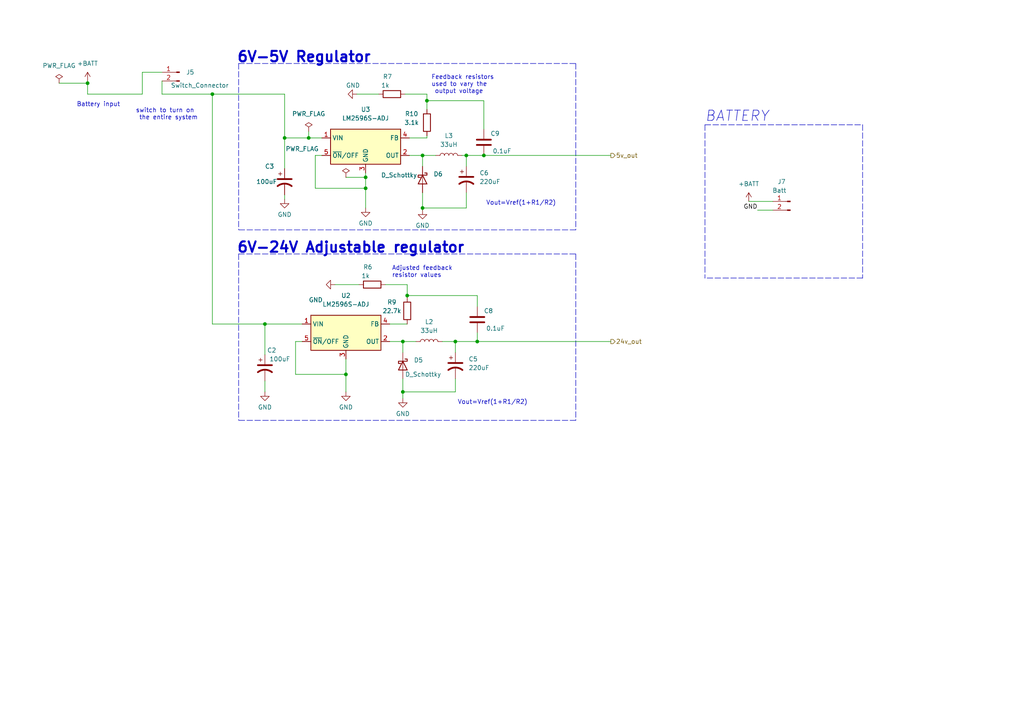
<source format=kicad_sch>
(kicad_sch (version 20211123) (generator eeschema)
  (paper "A4")
  (lib_symbols
    (symbol "Connector:Conn_01x02_Male" (pin_names (offset 1.016) hide)
      (property "Reference" "J" (at 0 2.54 0))
      (property "Value" "Conn_01x02_Male" (at 0 -5.08 0))
      (symbol "Conn_01x02_Male_1_1"
        (polyline (pts (xy 1.27 -2.54) (xy 0.8636 -2.54)) (stroke (width 0.1524)))
        (polyline (pts (xy 1.27 0) (xy 0.8636 0)) (stroke (width 0.1524)))
        (rectangle (start 0.8636 -2.413) (end 0 -2.667) (stroke (width 0.1524)) (fill (type outline)))
        (rectangle (start 0.8636 0.127) (end 0 -0.127) (stroke (width 0.1524)) (fill (type outline)))
        (pin passive line (at 5.08 0 180) (length 3.81) (name "Pin_1") (number "1"))
        (pin passive line (at 5.08 -2.54 180) (length 3.81) (name "Pin_2") (number "2"))
      )
    )
    (symbol "Device:C" (pin_numbers hide) (pin_names (offset 0.254))
      (property "Reference" "C" (at 0.635 2.54 0))
      (property "Value" "C" (at 0.635 -2.54 0))
      (symbol "C_0_1"
        (polyline (pts (xy -2.032 -0.762) (xy 2.032 -0.762)) (stroke (width 0.508)))
        (polyline (pts (xy -2.032 0.762) (xy 2.032 0.762)) (stroke (width 0.508)))
      )
      (symbol "C_1_1"
        (pin passive line (at 0 3.81 270) (length 2.794) (name "~") (number "1"))
        (pin passive line (at 0 -3.81 90) (length 2.794) (name "~") (number "2"))
      )
    )
    (symbol "Device:C_Polarized_US" (pin_numbers hide) (pin_names (offset 0.254) hide)
      (property "Reference" "C" (at 0.635 2.54 0))
      (property "Value" "C_Polarized_US" (at 0.635 -2.54 0))
      (symbol "C_Polarized_US_0_1"
        (polyline (pts (xy -2.032 0.762) (xy 2.032 0.762)) (stroke (width 0.508)))
        (polyline (pts (xy -1.778 2.286) (xy -0.762 2.286)))
        (polyline (pts (xy -1.27 1.778) (xy -1.27 2.794)))
        (arc (start 2.032 -1.27) (mid 0 -0.5572) (end -2.032 -1.27) (stroke (width 0.508)))
      )
      (symbol "C_Polarized_US_1_1"
        (pin passive line (at 0 3.81 270) (length 2.794) (name "~") (number "1"))
        (pin passive line (at 0 -3.81 90) (length 3.302) (name "~") (number "2"))
      )
    )
    (symbol "Device:D_Schottky" (pin_numbers hide) (pin_names (offset 1.016) hide)
      (property "Reference" "D" (at 0 2.54 0))
      (property "Value" "D_Schottky" (at 0 -2.54 0))
      (symbol "D_Schottky_0_1"
        (polyline (pts (xy 1.27 0) (xy -1.27 0)))
        (polyline (pts (xy 1.27 1.27) (xy 1.27 -1.27) (xy -1.27 0) (xy 1.27 1.27)) (stroke (width 0.254)))
        (polyline (pts (xy -1.905 0.635) (xy -1.905 1.27) (xy -1.27 1.27) (xy -1.27 -1.27) (xy -0.635 -1.27) (xy -0.635 -0.635)) (stroke (width 0.254)))
      )
      (symbol "D_Schottky_1_1"
        (pin passive line (at -3.81 0 0) (length 2.54) (name "K") (number "1"))
        (pin passive line (at 3.81 0 180) (length 2.54) (name "A") (number "2"))
      )
    )
    (symbol "Device:L" (pin_numbers hide) (pin_names (offset 1.016) hide)
      (property "Reference" "L" (at -1.27 0 90))
      (property "Value" "L" (at 1.905 0 90))
      (symbol "L_0_1"
        (arc (start 0 -2.54) (mid 0.635 -1.905) (end 0 -1.27))
        (arc (start 0 -1.27) (mid 0.635 -0.635) (end 0 0))
        (arc (start 0 0) (mid 0.635 0.635) (end 0 1.27))
        (arc (start 0 1.27) (mid 0.635 1.905) (end 0 2.54))
      )
      (symbol "L_1_1"
        (pin passive line (at 0 3.81 270) (length 1.27) (name "1") (number "1"))
        (pin passive line (at 0 -3.81 90) (length 1.27) (name "2") (number "2"))
      )
    )
    (symbol "Device:R" (pin_numbers hide) (pin_names (offset 0))
      (property "Reference" "R" (at 2.032 0 90))
      (property "Value" "R" (at 0 0 90))
      (symbol "R_0_1"
        (rectangle (start -1.016 -2.54) (end 1.016 2.54) (stroke (width 0.254)))
      )
      (symbol "R_1_1"
        (pin passive line (at 0 3.81 270) (length 1.27) (name "~") (number "1"))
        (pin passive line (at 0 -3.81 90) (length 1.27) (name "~") (number "2"))
      )
    )
    (symbol "Regulator_Switching:LM2596S-ADJ"
      (property "Reference" "U" (at -10.16 6.35 0))
      (property "Value" "LM2596S-ADJ" (at 0 6.35 0))
      (symbol "LM2596S-ADJ_0_1"
        (rectangle (start -10.16 5.08) (end 10.16 -5.08) (stroke (width 0.254)) (fill (type background)))
      )
      (symbol "LM2596S-ADJ_1_1"
        (pin power_in line (at -12.7 2.54 0) (length 2.54) (name "VIN") (number "1"))
        (pin output line (at 12.7 -2.54 180) (length 2.54) (name "OUT") (number "2"))
        (pin power_in line (at 0 -7.62 90) (length 2.54) (name "GND") (number "3"))
        (pin input line (at 12.7 2.54 180) (length 2.54) (name "FB") (number "4"))
        (pin input line (at -12.7 -2.54 0) (length 2.54) (name "~{ON}/OFF") (number "5"))
      )
    )
    (symbol "power:+BATT" (power) (pin_names (offset 0))
      (property "Value" "+BATT" (at 0 3.556 0))
      (symbol "+BATT_0_1"
        (polyline (pts (xy -0.762 1.27) (xy 0 2.54)))
        (polyline (pts (xy 0 0) (xy 0 2.54)))
        (polyline (pts (xy 0 2.54) (xy 0.762 1.27)))
      )
      (symbol "+BATT_1_1"
        (pin power_in line (at 0 0 90) (length 0) hide (name "+BATT") (number "1"))
      )
    )
    (symbol "power:GND" (power) (pin_names (offset 0))
      (property "Value" "GND" (at 0 -3.81 0))
      (symbol "GND_0_1"
        (polyline (pts (xy 0 0) (xy 0 -1.27) (xy 1.27 -1.27) (xy 0 -2.54) (xy -1.27 -1.27) (xy 0 -1.27)))
      )
      (symbol "GND_1_1"
        (pin power_in line (at 0 0 270) (length 0) hide (name "GND") (number "1"))
      )
    )
    (symbol "power:PWR_FLAG" (power) (pin_numbers hide) (pin_names (offset 0) hide)
      (property "Value" "PWR_FLAG" (at 0 3.81 0))
      (symbol "PWR_FLAG_0_0"
        (pin power_out line (at 0 0 90) (length 0) (name "pwr") (number "1"))
      )
      (symbol "PWR_FLAG_0_1"
        (polyline (pts (xy 0 0) (xy 0 1.27) (xy -1.016 1.905) (xy 0 2.54) (xy 1.016 1.905) (xy 0 1.27)))
      )
    )
  )
  (junction (at 135.255 45.085))
  (junction (at 106.045 51.435))
  (junction (at 123.825 29.21))
  (junction (at 116.84 99.06))
  (junction (at 118.11 85.725))
  (junction (at 82.55 40.005))
  (junction (at 89.535 40.005))
  (junction (at 132.08 99.06))
  (junction (at 25.4 24.13))
  (junction (at 122.555 60.325))
  (junction (at 76.835 93.98))
  (junction (at 116.84 113.665))
  (junction (at 140.335 45.085))
  (junction (at 100.33 108.585))
  (junction (at 61.595 27.305))
  (junction (at 122.555 45.085))
  (junction (at 106.045 54.61))
  (junction (at 138.43 99.06))
  (wire (pts (xy 117.475 27.305) (xy 123.825 27.305)))
  (wire (pts (xy 135.255 45.085) (xy 135.255 48.26)))
  (polyline (pts (xy 69.215 73.66) (xy 69.215 121.92)))
  (polyline (pts (xy 204.47 36.195) (xy 204.47 80.645)))
  (wire (pts (xy 122.555 55.88) (xy 122.555 60.325)))
  (wire (pts (xy 100.33 108.585) (xy 100.33 113.665)))
  (wire (pts (xy 116.84 102.235) (xy 116.84 99.06)))
  (wire (pts (xy 97.155 82.55) (xy 104.14 82.55)))
  (polyline (pts (xy 250.19 36.195) (xy 250.19 80.645)))
  (wire (pts (xy 132.08 99.06) (xy 132.08 102.235)))
  (wire (pts (xy 113.03 93.98) (xy 118.11 93.98)))
  (wire (pts (xy 217.17 58.42) (xy 224.155 58.42)))
  (polyline (pts (xy 250.19 80.645) (xy 204.47 80.645)))
  (wire (pts (xy 132.08 99.06) (xy 138.43 99.06)))
  (wire (pts (xy 113.03 99.06) (xy 116.84 99.06)))
  (wire (pts (xy 122.555 45.085) (xy 126.365 45.085)))
  (wire (pts (xy 61.595 27.305) (xy 82.55 27.305)))
  (wire (pts (xy 140.335 45.085) (xy 177.165 45.085)))
  (polyline (pts (xy 167.005 66.675) (xy 69.215 66.675)))
  (wire (pts (xy 106.045 54.61) (xy 106.045 60.325)))
  (wire (pts (xy 46.99 27.305) (xy 61.595 27.305)))
  (wire (pts (xy 76.835 93.98) (xy 76.835 102.87)))
  (wire (pts (xy 123.825 29.21) (xy 140.335 29.21)))
  (wire (pts (xy 41.275 27.305) (xy 41.275 20.955)))
  (wire (pts (xy 138.43 88.9) (xy 138.43 85.725)))
  (wire (pts (xy 123.825 40.005) (xy 123.825 39.37)))
  (wire (pts (xy 61.595 27.305) (xy 61.595 93.98)))
  (wire (pts (xy 91.44 45.085) (xy 91.44 54.61)))
  (wire (pts (xy 93.345 45.085) (xy 91.44 45.085)))
  (wire (pts (xy 87.63 99.06) (xy 85.725 99.06)))
  (polyline (pts (xy 204.47 36.195) (xy 250.19 36.195)))
  (wire (pts (xy 122.555 60.325) (xy 122.555 60.96)))
  (wire (pts (xy 91.44 54.61) (xy 106.045 54.61)))
  (wire (pts (xy 116.84 99.06) (xy 120.65 99.06)))
  (wire (pts (xy 85.725 99.06) (xy 85.725 108.585)))
  (wire (pts (xy 82.55 40.005) (xy 89.535 40.005)))
  (wire (pts (xy 135.255 45.085) (xy 140.335 45.085)))
  (wire (pts (xy 123.825 27.305) (xy 123.825 29.21)))
  (wire (pts (xy 41.275 20.955) (xy 46.99 20.955)))
  (wire (pts (xy 118.745 45.085) (xy 122.555 45.085)))
  (wire (pts (xy 100.33 104.14) (xy 100.33 108.585)))
  (wire (pts (xy 106.045 50.165) (xy 106.045 51.435)))
  (wire (pts (xy 128.27 99.06) (xy 132.08 99.06)))
  (polyline (pts (xy 69.215 18.415) (xy 69.215 66.675)))
  (wire (pts (xy 25.4 27.305) (xy 41.275 27.305)))
  (wire (pts (xy 138.43 85.725) (xy 118.11 85.725)))
  (wire (pts (xy 118.11 82.55) (xy 118.11 85.725)))
  (polyline (pts (xy 69.215 18.415) (xy 167.005 18.415)))
  (wire (pts (xy 219.71 60.96) (xy 224.155 60.96)))
  (wire (pts (xy 118.11 85.725) (xy 118.11 86.36)))
  (wire (pts (xy 111.76 82.55) (xy 118.11 82.55)))
  (wire (pts (xy 138.43 99.06) (xy 177.165 99.06)))
  (wire (pts (xy 135.255 55.88) (xy 135.255 60.325)))
  (polyline (pts (xy 167.005 121.92) (xy 69.215 121.92)))
  (wire (pts (xy 138.43 96.52) (xy 138.43 99.06)))
  (wire (pts (xy 46.99 23.495) (xy 46.99 27.305)))
  (wire (pts (xy 132.08 113.665) (xy 116.84 113.665)))
  (wire (pts (xy 103.505 27.305) (xy 109.855 27.305)))
  (wire (pts (xy 76.835 93.98) (xy 87.63 93.98)))
  (wire (pts (xy 89.535 38.1) (xy 89.535 40.005)))
  (wire (pts (xy 85.725 108.585) (xy 100.33 108.585)))
  (wire (pts (xy 122.555 48.26) (xy 122.555 45.085)))
  (polyline (pts (xy 69.215 73.66) (xy 167.005 73.66)))
  (wire (pts (xy 82.55 56.515) (xy 82.55 57.785)))
  (wire (pts (xy 118.745 40.005) (xy 123.825 40.005)))
  (wire (pts (xy 140.335 29.21) (xy 140.335 37.465)))
  (wire (pts (xy 25.4 23.495) (xy 25.4 24.13)))
  (wire (pts (xy 82.55 27.305) (xy 82.55 40.005)))
  (wire (pts (xy 89.535 40.005) (xy 93.345 40.005)))
  (wire (pts (xy 61.595 93.98) (xy 76.835 93.98)))
  (wire (pts (xy 76.835 110.49) (xy 76.835 113.665)))
  (polyline (pts (xy 167.005 18.415) (xy 167.005 66.675)))
  (wire (pts (xy 82.55 40.005) (xy 82.55 48.895)))
  (wire (pts (xy 116.84 109.855) (xy 116.84 113.665)))
  (wire (pts (xy 100.33 51.435) (xy 106.045 51.435)))
  (wire (pts (xy 135.255 60.325) (xy 122.555 60.325)))
  (wire (pts (xy 132.08 109.855) (xy 132.08 113.665)))
  (wire (pts (xy 17.145 24.13) (xy 25.4 24.13)))
  (wire (pts (xy 116.84 113.665) (xy 116.84 115.57)))
  (wire (pts (xy 133.985 45.085) (xy 135.255 45.085)))
  (polyline (pts (xy 167.005 73.66) (xy 167.005 121.92)))
  (wire (pts (xy 25.4 24.13) (xy 25.4 27.305)))
  (wire (pts (xy 123.825 29.21) (xy 123.825 31.75)))
  (wire (pts (xy 106.045 51.435) (xy 106.045 54.61)))
  (text "6V-24V Adjustable regulator" (at 68.58 73.66 0) (effects (font (size 3 3) (thickness 0.6) bold) (justify left bottom)))
  (text "Feedback resistors \nused to vary the\n output voltage" (at 125.095 27.305 0) (effects (font (size 1.27 1.27)) (justify left bottom)))
  (text "Adjusted feedback \nresistor values" (at 113.665 80.645 0) (effects (font (size 1.27 1.27)) (justify left bottom)))
  (text "Battery input" (at 22.225 31.115 0) (effects (font (size 1.27 1.27)) (justify left bottom)))
  (text "BATTERY" (at 204.47 35.56 0) (effects (font (size 3 3) italic) (justify left bottom)))
  (text "switch to turn on\n the entire system" (at 39.37 34.925 0) (effects (font (size 1.27 1.27)) (justify left bottom)))
  (text "6V-5V Regulator" (at 68.58 18.415 0) (effects (font (size 3 3) bold) (justify left bottom)))
  (text "Vout=Vref(1+R1/R2)" (at 140.97 59.69 0) (effects (font (size 1.27 1.27)) (justify left bottom)))
  (text "Vout=Vref(1+R1/R2)" (at 132.715 117.475 0) (effects (font (size 1.27 1.27)) (justify left bottom)))
  (label "GND" (at 219.71 60.96 180))
  (hierarchical_label "5v_out" (shape output) (at 177.165 45.085 0))
  (hierarchical_label "24v_out" (shape output) (at 177.165 99.06 0))
  (symbol (lib_id "Device:C_Polarized_US") (at 82.55 52.705 0) (unit 1)
    (property "Reference" "C3" (at 76.835 48.26 0) (effects (justify left)))
    (property "Value" "100uF" (at 74.295 52.705 0) (effects (justify left)))
    (property "Footprint" "Capacitor_SMD:C_0603_1608Metric" (effects hide))
  )
  (symbol (lib_id "Device:C_Polarized_US") (at 76.835 106.68 0) (unit 1)
    (property "Reference" "C2" (at 77.47 101.6 0) (effects (justify left)))
    (property "Value" "100uF" (at 78.105 104.14 0) (effects (justify left)))
    (property "Footprint" "Capacitor_SMD:C_0603_1608Metric" (effects hide))
  )
  (symbol (lib_id "Regulator_Switching:LM2596S-ADJ") (at 106.045 42.545 0) (unit 1)
    (property "Reference" "U3" (at 106.045 31.75 0))
    (property "Value" "LM2596S-ADJ" (at 106.045 34.29 0))
    (property "Footprint" "Package_TO_SOT_SMD:TO-263-5_TabPin3" (effects hide))
    (property "Datasheet" "http://www.ti.com/lit/ds/symlink/lm2596.pdf" (effects hide))
  )
  (symbol (lib_id "Device:R") (at 123.825 35.56 180) (unit 1)
    (property "Reference" "R10" (at 119.38 33.02 0))
    (property "Value" "3.1k" (at 119.38 35.56 0))
    (property "Footprint" "Resistor_SMD:R_0603_1608Metric" (effects hide))
  )
  (symbol (lib_id "power:PWR_FLAG") (at 89.535 38.1 0) (unit 1)
    (property "Reference" "#FLG0102" (effects hide))
    (property "Value" "PWR_FLAG" (at 89.535 33.02 0))
  )
  (symbol (lib_id "Device:C_Polarized_US") (at 132.08 106.045 0) (unit 1)
    (property "Reference" "C5" (at 135.89 104.1399 0) (effects (justify left)))
    (property "Value" "220uF" (at 135.89 106.6799 0) (effects (justify left)))
    (property "Footprint" "Capacitor_SMD:C_1210_3225Metric" (effects hide))
  )
  (symbol (lib_id "Device:R") (at 107.95 82.55 90) (unit 1)
    (property "Reference" "R6" (at 106.68 77.47 90))
    (property "Value" "1k" (at 106.045 80.01 90))
    (property "Footprint" "Resistor_SMD:R_0603_1608Metric" (effects hide))
  )
  (symbol (lib_id "Device:C") (at 140.335 41.275 0) (unit 1)
    (property "Reference" "C9" (at 142.24 38.735 0) (effects (justify left)))
    (property "Value" "0.1uF" (at 142.875 43.815 0) (effects (justify left)))
    (property "Footprint" "Capacitor_SMD:CP_Elec_4x5.8" (effects hide))
  )
  (symbol (lib_id "Device:D_Schottky") (at 122.555 52.07 270) (unit 1)
    (property "Reference" "D6" (at 125.73 50.4824 90) (effects (justify left)))
    (property "Value" "D_Schottky" (at 110.49 50.8 90) (effects (justify left)))
    (property "Footprint" "Package_TO_SOT_SMD:TO-277A" (effects hide))
  )
  (symbol (lib_id "Regulator_Switching:LM2596S-ADJ") (at 100.33 96.52 0) (unit 1)
    (property "Reference" "U2" (at 100.33 85.725 0))
    (property "Value" "LM2596S-ADJ" (at 100.33 88.265 0))
    (property "Footprint" "Package_TO_SOT_SMD:TO-263-5_TabPin3" (effects hide))
    (property "Datasheet" "http://www.ti.com/lit/ds/symlink/lm2596.pdf" (effects hide))
  )
  (symbol (lib_id "Device:C_Polarized_US") (at 135.255 52.07 0) (unit 1)
    (property "Reference" "C6" (at 139.065 50.1649 0) (effects (justify left)))
    (property "Value" "220uF" (at 139.065 52.7049 0) (effects (justify left)))
    (property "Footprint" "Capacitor_SMD:C_1210_3225Metric" (effects hide))
  )
  (symbol (lib_id "power:PWR_FLAG") (at 100.33 51.435 0) (unit 1)
    (property "Reference" "#FLG0103" (effects hide))
    (property "Value" "PWR_FLAG" (at 87.63 43.18 0))
  )
  (symbol (lib_id "power:GND") (at 116.84 115.57 0) (unit 1)
    (property "Reference" "#PWR016" (effects hide))
    (property "Value" "GND" (at 116.84 120.015 0))
  )
  (symbol (lib_id "power:+BATT") (at 217.17 58.42 0) (unit 1)
    (property "Reference" "#PWR018" (effects hide))
    (property "Value" "+BATT" (at 217.17 53.34 0))
  )
  (symbol (lib_id "power:GND") (at 97.155 82.55 270) (unit 1)
    (property "Reference" "#PWR010" (effects hide))
    (property "Value" "GND" (at 89.535 86.995 90) (effects (justify left)))
  )
  (symbol (lib_id "Device:C") (at 138.43 92.71 0) (unit 1)
    (property "Reference" "C8" (at 140.335 90.17 0) (effects (justify left)))
    (property "Value" "0.1uF" (at 140.97 95.25 0) (effects (justify left)))
    (property "Footprint" "Capacitor_SMD:CP_Elec_4x5.8" (effects hide))
  )
  (symbol (lib_id "power:GND") (at 100.33 113.665 0) (unit 1)
    (property "Reference" "#PWR012" (effects hide))
    (property "Value" "GND" (at 100.33 118.11 0))
  )
  (symbol (lib_id "Connector:Conn_01x02_Male") (at 229.235 58.42 0) (mirror y) (unit 1)
    (property "Reference" "J7" (at 226.695 52.705 0))
    (property "Value" "Batt" (at 226.06 55.245 0))
    (property "Footprint" "Connector_JST:JST_EH_S2B-EH_1x02_P2.50mm_Horizontal" (effects hide))
  )
  (symbol (lib_id "Device:R") (at 113.665 27.305 90) (unit 1)
    (property "Reference" "R7" (at 112.395 22.225 90))
    (property "Value" "1k" (at 111.76 24.765 90))
    (property "Footprint" "Resistor_SMD:R_0603_1608Metric" (effects hide))
  )
  (symbol (lib_id "power:GND") (at 82.55 57.785 0) (unit 1)
    (property "Reference" "#PWR08" (effects hide))
    (property "Value" "GND" (at 82.55 62.23 0))
  )
  (symbol (lib_id "power:GND") (at 106.045 60.325 0) (unit 1)
    (property "Reference" "#PWR014" (effects hide))
    (property "Value" "GND" (at 106.045 64.77 0))
  )
  (symbol (lib_id "power:+BATT") (at 25.4 23.495 0) (unit 1)
    (property "Reference" "#PWR05" (effects hide))
    (property "Value" "+BATT" (at 25.4 18.415 0))
  )
  (symbol (lib_id "power:PWR_FLAG") (at 17.145 24.13 0) (unit 1)
    (property "Reference" "#FLG0101" (effects hide))
    (property "Value" "PWR_FLAG" (at 17.145 19.05 0))
  )
  (symbol (lib_id "power:GND") (at 122.555 60.96 0) (unit 1)
    (property "Reference" "#PWR017" (effects hide))
    (property "Value" "GND" (at 122.555 65.405 0))
  )
  (symbol (lib_id "Device:L") (at 124.46 99.06 90) (unit 1)
    (property "Reference" "L2" (at 124.46 93.345 90))
    (property "Value" "33uH" (at 124.46 95.885 90))
    (property "Footprint" "Inductor_SMD:L_1206_3216Metric" (effects hide))
  )
  (symbol (lib_id "Device:D_Schottky") (at 116.84 106.045 270) (unit 1)
    (property "Reference" "D5" (at 120.015 104.4574 90) (effects (justify left)))
    (property "Value" "D_Schottky" (at 117.475 108.585 90) (effects (justify left)))
    (property "Footprint" "Package_TO_SOT_SMD:TO-277A" (effects hide))
  )
  (symbol (lib_id "Device:R") (at 118.11 90.17 180) (unit 1)
    (property "Reference" "R9" (at 113.665 87.63 0))
    (property "Value" "22.7k" (at 113.665 90.17 0))
    (property "Footprint" "Resistor_SMD:R_0603_1608Metric" (effects hide))
  )
  (symbol (lib_id "power:GND") (at 76.835 113.665 0) (unit 1)
    (property "Reference" "#PWR07" (effects hide))
    (property "Value" "GND" (at 76.835 118.11 0))
  )
  (symbol (lib_id "Device:L") (at 130.175 45.085 90) (unit 1)
    (property "Reference" "L3" (at 130.175 39.37 90))
    (property "Value" "33uH" (at 130.175 41.91 90))
    (property "Footprint" "Inductor_SMD:L_1206_3216Metric" (effects hide))
  )
  (symbol (lib_id "power:GND") (at 103.505 27.305 270) (unit 1)
    (property "Reference" "#PWR013" (effects hide))
    (property "Value" "GND" (at 100.33 24.765 90) (effects (justify left)))
  )
  (symbol (lib_id "Connector:Conn_01x02_Male") (at 52.07 20.955 0) (mirror y) (unit 1)
    (property "Reference" "J5" (at 53.975 20.9549 0) (effects (justify right)))
    (property "Value" "Switch_Connector" (at 49.53 24.765 0) (effects (justify right)))
    (property "Footprint" "Connector_JST:JST_EH_S2B-EH_1x02_P2.50mm_Horizontal" (effects hide))
  )
)
</source>
